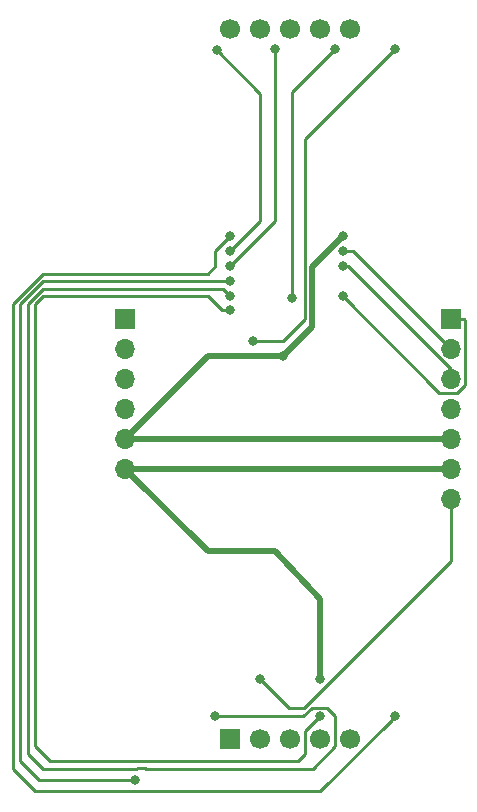
<source format=gbr>
G04 #@! TF.GenerationSoftware,KiCad,Pcbnew,(5.1.0)-1*
G04 #@! TF.CreationDate,2020-01-26T20:33:10+01:00*
G04 #@! TF.ProjectId,Huge7SegDisplay,48756765-3753-4656-9744-6973706c6179,rev?*
G04 #@! TF.SameCoordinates,Original*
G04 #@! TF.FileFunction,Copper,L1,Top*
G04 #@! TF.FilePolarity,Positive*
%FSLAX46Y46*%
G04 Gerber Fmt 4.6, Leading zero omitted, Abs format (unit mm)*
G04 Created by KiCad (PCBNEW (5.1.0)-1) date 2020-01-26 20:33:10*
%MOMM*%
%LPD*%
G04 APERTURE LIST*
%ADD10R,1.700000X1.700000*%
%ADD11C,1.700000*%
%ADD12O,1.700000X1.700000*%
%ADD13C,0.800000*%
%ADD14C,0.500000*%
%ADD15C,0.250000*%
G04 APERTURE END LIST*
D10*
X96520000Y-127000000D03*
D11*
X106680000Y-127000000D03*
X104140000Y-127000000D03*
X101600000Y-127000000D03*
X99060000Y-127000000D03*
X106680000Y-66900000D03*
X104140000Y-66900000D03*
X101600000Y-66900000D03*
X99060000Y-66900000D03*
X96520000Y-66900000D03*
D12*
X87630000Y-104140000D03*
X87630000Y-101600000D03*
X87630000Y-99060000D03*
X87630000Y-96520000D03*
X87630000Y-93980000D03*
D10*
X87630000Y-91440000D03*
X115170000Y-91440000D03*
D12*
X115170000Y-93980000D03*
X115170000Y-96520000D03*
X115170000Y-99060000D03*
X115170000Y-101600000D03*
X115170000Y-104140000D03*
X115170000Y-106680000D03*
D13*
X100965000Y-94615000D03*
X106045000Y-84455000D03*
X99060000Y-121920000D03*
X106045000Y-89535000D03*
X106045000Y-86995000D03*
X106045000Y-85725000D03*
X104140000Y-121920000D03*
X105410000Y-68580000D03*
X101727000Y-89662000D03*
X110490000Y-68580000D03*
X98425000Y-93345000D03*
X104140000Y-125095000D03*
X96520000Y-90715000D03*
X95250000Y-125095000D03*
X96520000Y-89535000D03*
X96520000Y-88265000D03*
X88455500Y-130492498D03*
X100330000Y-68580000D03*
X96520000Y-86995000D03*
X95372653Y-68702653D03*
X96520000Y-85725000D03*
X110490000Y-125095000D03*
X96520000Y-84455000D03*
D14*
X87630000Y-101600000D02*
X115170000Y-101600000D01*
X115170000Y-101600000D02*
X113665000Y-101600000D01*
X87630000Y-101600000D02*
X88930001Y-100299999D01*
X88930001Y-100299999D02*
X93345000Y-95885000D01*
X93345000Y-95885000D02*
X94615000Y-94615000D01*
X94615000Y-94615000D02*
X100965000Y-94615000D01*
X100965000Y-94615000D02*
X103408013Y-92171987D01*
X103408013Y-92171987D02*
X103408013Y-87091987D01*
X105645001Y-84854999D02*
X106045000Y-84455000D01*
X103408013Y-87091987D02*
X105645001Y-84854999D01*
D15*
X115170000Y-107882081D02*
X115170000Y-106680000D01*
X115170000Y-111963002D02*
X115170000Y-107882081D01*
X102763003Y-124369999D02*
X115170000Y-111963002D01*
X101509999Y-124369999D02*
X102763003Y-124369999D01*
X99060000Y-121920000D02*
X101509999Y-124369999D01*
X115734001Y-97695001D02*
X114205001Y-97695001D01*
X116345001Y-97084001D02*
X115734001Y-97695001D01*
X116345001Y-91515001D02*
X116345001Y-97084001D01*
X115170000Y-91440000D02*
X116270000Y-91440000D01*
X116270000Y-91440000D02*
X116345001Y-91515001D01*
X114205001Y-97695001D02*
X106045000Y-89535000D01*
X115170000Y-95719002D02*
X106445998Y-86995000D01*
X115170000Y-96520000D02*
X115170000Y-95719002D01*
X106445998Y-86995000D02*
X106045000Y-86995000D01*
X115170000Y-93980000D02*
X106915000Y-85725000D01*
X106915000Y-85725000D02*
X106045000Y-85725000D01*
D14*
X87630000Y-104140000D02*
X115170000Y-104140000D01*
X104140000Y-115170000D02*
X104140000Y-121920000D01*
X100330000Y-111125000D02*
X104140000Y-115170000D01*
X87630000Y-104140000D02*
X94615000Y-111125000D01*
X94615000Y-111125000D02*
X100330000Y-111125000D01*
D15*
X101727000Y-72263000D02*
X101727000Y-89096315D01*
X101727000Y-89096315D02*
X101727000Y-89662000D01*
X105410000Y-68580000D02*
X101727000Y-72263000D01*
X98990685Y-93345000D02*
X98425000Y-93345000D01*
X102833002Y-76236998D02*
X102833002Y-91476998D01*
X110490000Y-68580000D02*
X102833002Y-76236998D01*
X102833002Y-91476998D02*
X100965000Y-93345000D01*
X100965000Y-93345000D02*
X98990685Y-93345000D01*
X102870000Y-126365000D02*
X104140000Y-125095000D01*
X102870000Y-128270000D02*
X102870000Y-126365000D01*
X102235000Y-128905000D02*
X102870000Y-128270000D01*
X80010000Y-127635000D02*
X81280000Y-128905000D01*
X80010000Y-93980000D02*
X80010000Y-127635000D01*
X96520000Y-90715000D02*
X95795000Y-90715000D01*
X94615000Y-89535000D02*
X80649230Y-89535000D01*
X95795000Y-90715000D02*
X94615000Y-89535000D01*
X80649230Y-89535000D02*
X80012115Y-90172115D01*
X80012115Y-90172115D02*
X80012115Y-93977885D01*
X81280000Y-128905000D02*
X102235000Y-128905000D01*
X80012115Y-93977885D02*
X80010000Y-93980000D01*
X95815685Y-125095000D02*
X95250000Y-125095000D01*
X102674412Y-125095000D02*
X95815685Y-125095000D01*
X103399413Y-124369999D02*
X102674412Y-125095000D01*
X104488001Y-124369999D02*
X103399413Y-124369999D01*
X104684999Y-124369999D02*
X103399413Y-124369999D01*
X103505000Y-129540000D02*
X105410000Y-127635000D01*
X105410000Y-127635000D02*
X105410000Y-125095000D01*
X80647820Y-88900000D02*
X79375000Y-90172820D01*
X79375000Y-90172820D02*
X79375000Y-128270000D01*
X89338002Y-129540000D02*
X103505000Y-129540000D01*
X89311501Y-129513499D02*
X89338002Y-129540000D01*
X88615499Y-129513499D02*
X89311501Y-129513499D01*
X79375000Y-128270000D02*
X80645000Y-129540000D01*
X80645000Y-129540000D02*
X88588998Y-129540000D01*
X105410000Y-125095000D02*
X104684999Y-124369999D01*
X95885000Y-88900000D02*
X80647820Y-88900000D01*
X88588998Y-129540000D02*
X88615499Y-129513499D01*
X96520000Y-89535000D02*
X95885000Y-88900000D01*
X87889815Y-130492498D02*
X88455500Y-130492498D01*
X78740000Y-90171410D02*
X78740000Y-128905000D01*
X80646410Y-88265000D02*
X78740000Y-90171410D01*
X80327498Y-130492498D02*
X87889815Y-130492498D01*
X96520000Y-88265000D02*
X80646410Y-88265000D01*
X78740000Y-128905000D02*
X80327498Y-130492498D01*
X96520000Y-86995000D02*
X100330000Y-83185000D01*
X100330000Y-83185000D02*
X100330000Y-68580000D01*
X99060000Y-72390000D02*
X95372653Y-68702653D01*
X96520000Y-85725000D02*
X99060000Y-83185000D01*
X99060000Y-83185000D02*
X99060000Y-72390000D01*
X80645000Y-87630000D02*
X78105000Y-90170000D01*
X89248001Y-131445079D02*
X89248080Y-131445000D01*
X96520000Y-84455000D02*
X95250000Y-85725000D01*
X78105000Y-90170000D02*
X78105000Y-129540000D01*
X95250000Y-85725000D02*
X95250000Y-86995000D01*
X80010000Y-131445000D02*
X88551920Y-131445000D01*
X89248080Y-131445000D02*
X104140000Y-131445000D01*
X95250000Y-86995000D02*
X94615000Y-87630000D01*
X88551999Y-131445079D02*
X89248001Y-131445079D01*
X78105000Y-129540000D02*
X80010000Y-131445000D01*
X94615000Y-87630000D02*
X80645000Y-87630000D01*
X104140000Y-131445000D02*
X110090001Y-125494999D01*
X110090001Y-125494999D02*
X110490000Y-125095000D01*
X88551920Y-131445000D02*
X88551999Y-131445079D01*
M02*

</source>
